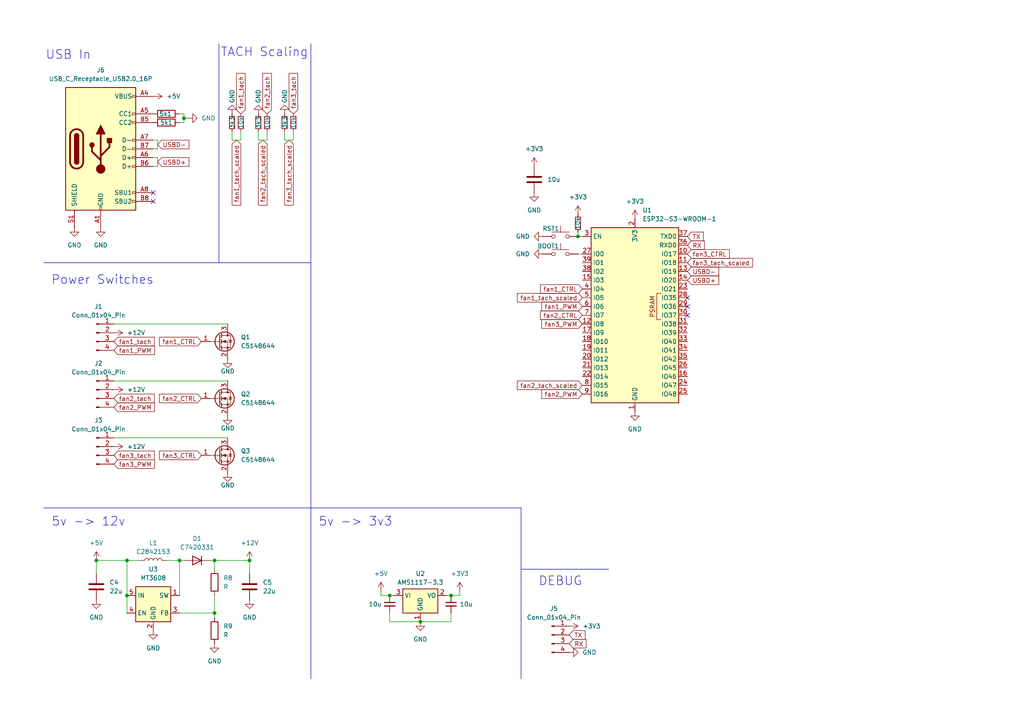
<source format=kicad_sch>
(kicad_sch (version 20231120) (generator "eeschema") (generator_version "8.0")
  (paper "A4")
  (lib_symbols
    (symbol "Connector:Conn_01x04_Pin" (pin_names (offset 1.016) hide)
      (property "Reference" "J" (at 0 5.08 0))
      (property "Value" "Conn_01x04_Pin" (at 0 -7.62 0))
      (symbol "Conn_01x04_Pin_1_1"
        (polyline (pts (xy 1.27 -5.08) (xy 0.8636 -5.08)) (stroke (width 0.1524)))
        (polyline (pts (xy 1.27 -2.54) (xy 0.8636 -2.54)) (stroke (width 0.1524)))
        (polyline (pts (xy 1.27 0) (xy 0.8636 0)) (stroke (width 0.1524)))
        (polyline (pts (xy 1.27 2.54) (xy 0.8636 2.54)) (stroke (width 0.1524)))
        (rectangle (start 0.8636 -4.953) (end 0 -5.207) (stroke (width 0.1524)) (fill (type outline)))
        (rectangle (start 0.8636 -2.413) (end 0 -2.667) (stroke (width 0.1524)) (fill (type outline)))
        (rectangle (start 0.8636 0.127) (end 0 -0.127) (stroke (width 0.1524)) (fill (type outline)))
        (rectangle (start 0.8636 2.667) (end 0 2.413) (stroke (width 0.1524)) (fill (type outline)))
        (pin passive line (at 5.08 2.54 180) (length 3.81) (name "Pin_1") (number "1"))
        (pin passive line (at 5.08 0 180) (length 3.81) (name "Pin_2") (number "2"))
        (pin passive line (at 5.08 -2.54 180) (length 3.81) (name "Pin_3") (number "3"))
        (pin passive line (at 5.08 -5.08 180) (length 3.81) (name "Pin_4") (number "4"))
      )
    )
    (symbol "Connector:USB_C_Receptacle_USB2.0_16P" (pin_names (offset 1.016))
      (property "Reference" "J" (at 0 22.225 0))
      (property "Value" "USB_C_Receptacle_USB2.0_16P" (at 0 19.685 0))
      (symbol "USB_C_Receptacle_USB2.0_16P_0_0"
        (rectangle (start -0.254 -17.78) (end 0.254 -16.764))
        (rectangle (start 10.16 -14.986) (end 9.144 -15.494))
        (rectangle (start 10.16 -12.446) (end 9.144 -12.954))
        (rectangle (start 10.16 -4.826) (end 9.144 -5.334))
        (rectangle (start 10.16 -2.286) (end 9.144 -2.794))
        (rectangle (start 10.16 0.254) (end 9.144 -0.254))
        (rectangle (start 10.16 2.794) (end 9.144 2.286))
        (rectangle (start 10.16 7.874) (end 9.144 7.366))
        (rectangle (start 10.16 10.414) (end 9.144 9.906))
        (rectangle (start 10.16 15.494) (end 9.144 14.986))
      )
      (symbol "USB_C_Receptacle_USB2.0_16P_0_1"
        (rectangle (start -10.16 17.78) (end 10.16 -17.78) (stroke (width 0.254)) (fill (type background)))
        (arc (start -8.89 -3.81) (mid -6.985 -5.7067) (end -5.08 -3.81) (stroke (width 0.508)))
        (arc (start -7.62 -3.81) (mid -6.985 -4.4423) (end -6.35 -3.81) (stroke (width 0.254)))
        (arc (start -7.62 -3.81) (mid -6.985 -4.4423) (end -6.35 -3.81) (stroke (width 0.254)) (fill (type outline)))
        (rectangle (start -7.62 -3.81) (end -6.35 3.81) (stroke (width 0.254)) (fill (type outline)))
        (arc (start -6.35 3.81) (mid -6.985 4.4423) (end -7.62 3.81) (stroke (width 0.254)))
        (arc (start -6.35 3.81) (mid -6.985 4.4423) (end -7.62 3.81) (stroke (width 0.254)) (fill (type outline)))
        (arc (start -5.08 3.81) (mid -6.985 5.7067) (end -8.89 3.81) (stroke (width 0.508)))
        (circle (center -2.54 1.143) (radius 0.635) (stroke (width 0.254)) (fill (type outline)))
        (circle (center 0 -5.842) (radius 1.27) (fill (type outline)))
        (polyline (pts (xy -8.89 -3.81) (xy -8.89 3.81)) (stroke (width 0.508)))
        (polyline (pts (xy -5.08 3.81) (xy -5.08 -3.81)) (stroke (width 0.508)))
        (polyline (pts (xy 0 -5.842) (xy 0 4.318)) (stroke (width 0.508)))
        (polyline (pts (xy 0 -3.302) (xy -2.54 -0.762) (xy -2.54 0.508)) (stroke (width 0.508)))
        (polyline (pts (xy 0 -2.032) (xy 2.54 0.508) (xy 2.54 1.778)) (stroke (width 0.508)))
        (polyline (pts (xy -1.27 4.318) (xy 0 6.858) (xy 1.27 4.318) (xy -1.27 4.318)) (stroke (width 0.254)) (fill (type outline)))
        (rectangle (start 1.905 1.778) (end 3.175 3.048) (stroke (width 0.254)) (fill (type outline)))
      )
      (symbol "USB_C_Receptacle_USB2.0_16P_1_1"
        (pin passive line (at 0 -22.86 90) (length 5.08) (name "GND") (number "A1"))
        (pin passive line (at 0 -22.86 90) (length 5.08) hide (name "GND") (number "A12"))
        (pin passive line (at 15.24 15.24 180) (length 5.08) (name "VBUS") (number "A4"))
        (pin bidirectional line (at 15.24 10.16 180) (length 5.08) (name "CC1") (number "A5"))
        (pin bidirectional line (at 15.24 -2.54 180) (length 5.08) (name "D+") (number "A6"))
        (pin bidirectional line (at 15.24 2.54 180) (length 5.08) (name "D-") (number "A7"))
        (pin bidirectional line (at 15.24 -12.7 180) (length 5.08) (name "SBU1") (number "A8"))
        (pin passive line (at 15.24 15.24 180) (length 5.08) hide (name "VBUS") (number "A9"))
        (pin passive line (at 0 -22.86 90) (length 5.08) hide (name "GND") (number "B1"))
        (pin passive line (at 0 -22.86 90) (length 5.08) hide (name "GND") (number "B12"))
        (pin passive line (at 15.24 15.24 180) (length 5.08) hide (name "VBUS") (number "B4"))
        (pin bidirectional line (at 15.24 7.62 180) (length 5.08) (name "CC2") (number "B5"))
        (pin bidirectional line (at 15.24 -5.08 180) (length 5.08) (name "D+") (number "B6"))
        (pin bidirectional line (at 15.24 0 180) (length 5.08) (name "D-") (number "B7"))
        (pin bidirectional line (at 15.24 -15.24 180) (length 5.08) (name "SBU2") (number "B8"))
        (pin passive line (at 15.24 15.24 180) (length 5.08) hide (name "VBUS") (number "B9"))
        (pin passive line (at -7.62 -22.86 90) (length 5.08) (name "SHIELD") (number "S1"))
      )
    )
    (symbol "Device:C" (pin_numbers hide) (pin_names (offset 0.254))
      (property "Reference" "C" (at 0.635 2.54 0))
      (property "Value" "C" (at 0.635 -2.54 0))
      (symbol "C_0_1"
        (polyline (pts (xy -2.032 -0.762) (xy 2.032 -0.762)) (stroke (width 0.508)))
        (polyline (pts (xy -2.032 0.762) (xy 2.032 0.762)) (stroke (width 0.508)))
      )
      (symbol "C_1_1"
        (pin passive line (at 0 3.81 270) (length 2.794) (name "~") (number "1"))
        (pin passive line (at 0 -3.81 90) (length 2.794) (name "~") (number "2"))
      )
    )
    (symbol "Device:C_Small" (pin_numbers hide) (pin_names (offset 0.254) hide)
      (property "Reference" "C" (at 0.254 1.778 0))
      (property "Value" "C_Small" (at 0.254 -2.032 0))
      (symbol "C_Small_0_1"
        (polyline (pts (xy -1.524 -0.508) (xy 1.524 -0.508)) (stroke (width 0.3302)))
        (polyline (pts (xy -1.524 0.508) (xy 1.524 0.508)) (stroke (width 0.3048)))
      )
      (symbol "C_Small_1_1"
        (pin passive line (at 0 2.54 270) (length 2.032) (name "~") (number "1"))
        (pin passive line (at 0 -2.54 90) (length 2.032) (name "~") (number "2"))
      )
    )
    (symbol "Device:D" (pin_numbers hide) (pin_names (offset 1.016) hide)
      (property "Reference" "D" (at 0 2.54 0))
      (property "Value" "D" (at 0 -2.54 0))
      (symbol "D_0_1"
        (polyline (pts (xy -1.27 1.27) (xy -1.27 -1.27)) (stroke (width 0.254)))
        (polyline (pts (xy 1.27 0) (xy -1.27 0)))
        (polyline (pts (xy 1.27 1.27) (xy 1.27 -1.27) (xy -1.27 0) (xy 1.27 1.27)) (stroke (width 0.254)))
      )
      (symbol "D_1_1"
        (pin passive line (at -3.81 0 0) (length 2.54) (name "K") (number "1"))
        (pin passive line (at 3.81 0 180) (length 2.54) (name "A") (number "2"))
      )
    )
    (symbol "Device:L" (pin_numbers hide) (pin_names (offset 1.016) hide)
      (property "Reference" "L" (at -1.27 0 90))
      (property "Value" "L" (at 1.905 0 90))
      (symbol "L_0_1"
        (arc (start 0 -2.54) (mid 0.6323 -1.905) (end 0 -1.27))
        (arc (start 0 -1.27) (mid 0.6323 -0.635) (end 0 0))
        (arc (start 0 0) (mid 0.6323 0.635) (end 0 1.27))
        (arc (start 0 1.27) (mid 0.6323 1.905) (end 0 2.54))
      )
      (symbol "L_1_1"
        (pin passive line (at 0 3.81 270) (length 1.27) (name "1") (number "1"))
        (pin passive line (at 0 -3.81 90) (length 1.27) (name "2") (number "2"))
      )
    )
    (symbol "Device:Q_NMOS_GSD" (pin_names (offset 0) hide)
      (property "Reference" "Q" (at 5.08 1.27 0))
      (property "Value" "Q_NMOS_GSD" (at 5.08 -1.27 0))
      (symbol "Q_NMOS_GSD_0_1"
        (polyline (pts (xy 0.254 0) (xy -2.54 0)))
        (polyline (pts (xy 0.254 1.905) (xy 0.254 -1.905)) (stroke (width 0.254)))
        (polyline (pts (xy 0.762 -1.27) (xy 0.762 -2.286)) (stroke (width 0.254)))
        (polyline (pts (xy 0.762 0.508) (xy 0.762 -0.508)) (stroke (width 0.254)))
        (polyline (pts (xy 0.762 2.286) (xy 0.762 1.27)) (stroke (width 0.254)))
        (polyline (pts (xy 2.54 2.54) (xy 2.54 1.778)))
        (polyline (pts (xy 2.54 -2.54) (xy 2.54 0) (xy 0.762 0)))
        (polyline (pts (xy 0.762 -1.778) (xy 3.302 -1.778) (xy 3.302 1.778) (xy 0.762 1.778)))
        (polyline (pts (xy 1.016 0) (xy 2.032 0.381) (xy 2.032 -0.381) (xy 1.016 0)) (fill (type outline)))
        (polyline (pts (xy 2.794 0.508) (xy 2.921 0.381) (xy 3.683 0.381) (xy 3.81 0.254)))
        (polyline (pts (xy 3.302 0.381) (xy 2.921 -0.254) (xy 3.683 -0.254) (xy 3.302 0.381)))
        (circle (center 1.651 0) (radius 2.794) (stroke (width 0.254)))
        (circle (center 2.54 -1.778) (radius 0.254) (fill (type outline)))
        (circle (center 2.54 1.778) (radius 0.254) (fill (type outline)))
      )
      (symbol "Q_NMOS_GSD_1_1"
        (pin input line (at -5.08 0 0) (length 2.54) (name "G") (number "1"))
        (pin passive line (at 2.54 -5.08 90) (length 2.54) (name "S") (number "2"))
        (pin passive line (at 2.54 5.08 270) (length 2.54) (name "D") (number "3"))
      )
    )
    (symbol "Device:R" (pin_numbers hide) (pin_names (offset 0))
      (property "Reference" "R" (at 2.032 0 90))
      (property "Value" "R" (at 0 0 90))
      (symbol "R_0_1"
        (rectangle (start -1.016 -2.54) (end 1.016 2.54) (stroke (width 0.254)))
      )
      (symbol "R_1_1"
        (pin passive line (at 0 3.81 270) (length 1.27) (name "~") (number "1"))
        (pin passive line (at 0 -3.81 90) (length 1.27) (name "~") (number "2"))
      )
    )
    (symbol "Device:R_Small" (pin_numbers hide) (pin_names (offset 0.254) hide)
      (property "Reference" "R" (at 0.762 0.508 0))
      (property "Value" "R_Small" (at 0.762 -1.016 0))
      (symbol "R_Small_0_1"
        (rectangle (start -0.762 1.778) (end 0.762 -1.778) (stroke (width 0.2032)))
      )
      (symbol "R_Small_1_1"
        (pin passive line (at 0 2.54 270) (length 0.762) (name "~") (number "1"))
        (pin passive line (at 0 -2.54 90) (length 0.762) (name "~") (number "2"))
      )
    )
    (symbol "RF_Module:ESP32-S3-WROOM-1"
      (property "Reference" "U" (at -12.7 26.67 0))
      (property "Value" "ESP32-S3-WROOM-1" (at 12.7 26.67 0))
      (symbol "ESP32-S3-WROOM-1_0_0"
        (rectangle (start -12.7 25.4) (end 12.7 -25.4) (stroke (width 0.254)) (fill (type background)))
        (text "PSRAM" (at 5.08 2.54 900) (effects (font (size 1.27 1.27))))
      )
      (symbol "ESP32-S3-WROOM-1_0_1"
        (polyline (pts (xy 7.62 -1.27) (xy 6.35 -1.27) (xy 6.35 6.35) (xy 7.62 6.35)))
      )
      (symbol "ESP32-S3-WROOM-1_1_1"
        (pin power_in line (at 0 -27.94 90) (length 2.54) (name "GND") (number "1"))
        (pin bidirectional line (at 15.24 17.78 180) (length 2.54) (name "IO17") (number "10"))
        (pin bidirectional line (at 15.24 15.24 180) (length 2.54) (name "IO18") (number "11"))
        (pin bidirectional line (at -15.24 -2.54 0) (length 2.54) (name "IO8") (number "12"))
        (pin bidirectional line (at 15.24 12.7 180) (length 2.54) (name "IO19") (number "13"))
        (pin bidirectional line (at 15.24 10.16 180) (length 2.54) (name "IO20") (number "14"))
        (pin bidirectional line (at -15.24 10.16 0) (length 2.54) (name "IO3") (number "15"))
        (pin bidirectional line (at 15.24 -17.78 180) (length 2.54) (name "IO46") (number "16"))
        (pin bidirectional line (at -15.24 -5.08 0) (length 2.54) (name "IO9") (number "17"))
        (pin bidirectional line (at -15.24 -7.62 0) (length 2.54) (name "IO10") (number "18"))
        (pin bidirectional line (at -15.24 -10.16 0) (length 2.54) (name "IO11") (number "19"))
        (pin power_in line (at 0 27.94 270) (length 2.54) (name "3V3") (number "2"))
        (pin bidirectional line (at -15.24 -12.7 0) (length 2.54) (name "IO12") (number "20"))
        (pin bidirectional line (at -15.24 -15.24 0) (length 2.54) (name "IO13") (number "21"))
        (pin bidirectional line (at -15.24 -17.78 0) (length 2.54) (name "IO14") (number "22"))
        (pin bidirectional line (at 15.24 7.62 180) (length 2.54) (name "IO21") (number "23"))
        (pin bidirectional line (at 15.24 -20.32 180) (length 2.54) (name "IO47") (number "24"))
        (pin bidirectional line (at 15.24 -22.86 180) (length 2.54) (name "IO48") (number "25"))
        (pin bidirectional line (at 15.24 -15.24 180) (length 2.54) (name "IO45") (number "26"))
        (pin bidirectional line (at -15.24 17.78 0) (length 2.54) (name "IO0") (number "27"))
        (pin bidirectional line (at 15.24 5.08 180) (length 2.54) (name "IO35") (number "28"))
        (pin bidirectional line (at 15.24 2.54 180) (length 2.54) (name "IO36") (number "29"))
        (pin input line (at -15.24 22.86 0) (length 2.54) (name "EN") (number "3"))
        (pin bidirectional line (at 15.24 0 180) (length 2.54) (name "IO37") (number "30"))
        (pin bidirectional line (at 15.24 -2.54 180) (length 2.54) (name "IO38") (number "31"))
        (pin bidirectional line (at 15.24 -5.08 180) (length 2.54) (name "IO39") (number "32"))
        (pin bidirectional line (at 15.24 -7.62 180) (length 2.54) (name "IO40") (number "33"))
        (pin bidirectional line (at 15.24 -10.16 180) (length 2.54) (name "IO41") (number "34"))
        (pin bidirectional line (at 15.24 -12.7 180) (length 2.54) (name "IO42") (number "35"))
        (pin bidirectional line (at 15.24 20.32 180) (length 2.54) (name "RXD0") (number "36"))
        (pin bidirectional line (at 15.24 22.86 180) (length 2.54) (name "TXD0") (number "37"))
        (pin bidirectional line (at -15.24 12.7 0) (length 2.54) (name "IO2") (number "38"))
        (pin bidirectional line (at -15.24 15.24 0) (length 2.54) (name "IO1") (number "39"))
        (pin bidirectional line (at -15.24 7.62 0) (length 2.54) (name "IO4") (number "4"))
        (pin passive line (at 0 -27.94 90) (length 2.54) hide (name "GND") (number "40"))
        (pin passive line (at 0 -27.94 90) (length 2.54) hide (name "GND") (number "41"))
        (pin bidirectional line (at -15.24 5.08 0) (length 2.54) (name "IO5") (number "5"))
        (pin bidirectional line (at -15.24 2.54 0) (length 2.54) (name "IO6") (number "6"))
        (pin bidirectional line (at -15.24 0 0) (length 2.54) (name "IO7") (number "7"))
        (pin bidirectional line (at -15.24 -20.32 0) (length 2.54) (name "IO15") (number "8"))
        (pin bidirectional line (at -15.24 -22.86 0) (length 2.54) (name "IO16") (number "9"))
      )
    )
    (symbol "Regulator_Linear:AMS1117-3.3"
      (property "Reference" "U" (at -3.81 3.175 0))
      (property "Value" "AMS1117-3.3" (at 0 3.175 0))
      (symbol "AMS1117-3.3_0_1"
        (rectangle (start -5.08 -5.08) (end 5.08 1.905) (stroke (width 0.254)) (fill (type background)))
      )
      (symbol "AMS1117-3.3_1_1"
        (pin power_in line (at 0 -7.62 90) (length 2.54) (name "GND") (number "1"))
        (pin power_out line (at 7.62 0 180) (length 2.54) (name "VO") (number "2"))
        (pin power_in line (at -7.62 0 0) (length 2.54) (name "VI") (number "3"))
      )
    )
    (symbol "Regulator_Switching:MT3608"
      (property "Reference" "U" (at -2.54 8.89 0))
      (property "Value" "MT3608" (at -3.81 6.35 0))
      (symbol "MT3608_0_1"
        (rectangle (start -5.08 5.08) (end 5.08 -5.08) (stroke (width 0.254)) (fill (type background)))
      )
      (symbol "MT3608_1_1"
        (pin passive line (at 7.62 2.54 180) (length 2.54) (name "SW") (number "1"))
        (pin power_in line (at 0 -7.62 90) (length 2.54) (name "GND") (number "2"))
        (pin input line (at 7.62 -2.54 180) (length 2.54) (name "FB") (number "3"))
        (pin input line (at -7.62 -2.54 0) (length 2.54) (name "EN") (number "4"))
        (pin power_in line (at -7.62 2.54 0) (length 2.54) (name "IN") (number "5"))
        (pin no_connect line (at 5.08 0 180) (length 2.54) hide (name "NC") (number "6"))
      )
    )
    (symbol "Switch:SW_Push" (pin_numbers hide) (pin_names (offset 1.016) hide)
      (property "Reference" "SW" (at 1.27 2.54 0))
      (property "Value" "SW_Push" (at 0 -1.524 0))
      (symbol "SW_Push_0_1"
        (circle (center -2.032 0) (radius 0.508))
        (polyline (pts (xy 0 1.27) (xy 0 3.048)))
        (polyline (pts (xy 2.54 1.27) (xy -2.54 1.27)))
        (circle (center 2.032 0) (radius 0.508))
        (pin passive line (at -5.08 0 0) (length 2.54) (name "1") (number "1"))
        (pin passive line (at 5.08 0 180) (length 2.54) (name "2") (number "2"))
      )
    )
    (symbol "power:+12V" (power) (pin_numbers hide) (pin_names (offset 0) hide)
      (property "Value" "+12V" (at 0 3.556 0))
      (symbol "+12V_0_1"
        (polyline (pts (xy -0.762 1.27) (xy 0 2.54)))
        (polyline (pts (xy 0 0) (xy 0 2.54)))
        (polyline (pts (xy 0 2.54) (xy 0.762 1.27)))
      )
      (symbol "+12V_1_1"
        (pin power_in line (at 0 0 90) (length 0) (name "~") (number "1"))
      )
    )
    (symbol "power:+3V3" (power) (pin_numbers hide) (pin_names (offset 0) hide)
      (property "Value" "+3V3" (at 0 3.556 0))
      (symbol "+3V3_0_1"
        (polyline (pts (xy -0.762 1.27) (xy 0 2.54)))
        (polyline (pts (xy 0 0) (xy 0 2.54)))
        (polyline (pts (xy 0 2.54) (xy 0.762 1.27)))
      )
      (symbol "+3V3_1_1"
        (pin power_in line (at 0 0 90) (length 0) (name "~") (number "1"))
      )
    )
    (symbol "power:+5V" (power) (pin_numbers hide) (pin_names (offset 0) hide)
      (property "Value" "+5V" (at 0 3.556 0))
      (symbol "+5V_0_1"
        (polyline (pts (xy -0.762 1.27) (xy 0 2.54)))
        (polyline (pts (xy 0 0) (xy 0 2.54)))
        (polyline (pts (xy 0 2.54) (xy 0.762 1.27)))
      )
      (symbol "+5V_1_1"
        (pin power_in line (at 0 0 90) (length 0) (name "~") (number "1"))
      )
    )
    (symbol "power:GND" (power) (pin_numbers hide) (pin_names (offset 0) hide)
      (property "Value" "GND" (at 0 -3.81 0))
      (symbol "GND_0_1"
        (polyline (pts (xy 0 0) (xy 0 -1.27) (xy 1.27 -1.27) (xy 0 -2.54) (xy -1.27 -1.27) (xy 0 -1.27)))
      )
      (symbol "GND_1_1"
        (pin power_in line (at 0 0 270) (length 0) (name "~") (number "1"))
      )
    )
  )
  (junction (at 167.64 68.58))
  (junction (at 36.83 172.72))
  (junction (at 121.92 180.34))
  (junction (at 72.39 162.56))
  (junction (at 62.23 162.56))
  (junction (at 52.07 162.56))
  (junction (at 27.94 162.56))
  (junction (at 113.03 172.72))
  (junction (at 62.23 177.8))
  (junction (at 36.83 162.56))
  (junction (at 130.81 172.72))
  (junction (at 53.34 34.29))
  (no_connect (at 199.39 86.36))
  (no_connect (at 44.45 58.42))
  (no_connect (at 199.39 91.44))
  (no_connect (at 44.45 55.88))
  (no_connect (at 199.39 88.9))
  (wire (pts (xy 36.83 162.56) (xy 36.83 172.72)))
  (wire (pts (xy 167.64 68.58) (xy 167.64 67.31)))
  (wire (pts (xy 52.07 35.56) (xy 53.34 35.56)))
  (wire (pts (xy 44.45 45.72) (xy 45.72 45.72)))
  (wire (pts (xy 67.31 40.64) (xy 67.31 38.1)))
  (wire (pts (xy 69.85 40.64) (xy 67.31 40.64)))
  (wire (pts (xy 48.26 162.56) (xy 52.07 162.56)))
  (wire (pts (xy 53.34 35.56) (xy 53.34 34.29)))
  (wire (pts (xy 114.3 172.72) (xy 113.03 172.72)))
  (wire (pts (xy 110.49 172.72) (xy 110.49 171.45)))
  (wire (pts (xy 72.39 166.37) (xy 72.39 162.56)))
  (wire (pts (xy 62.23 162.56) (xy 72.39 162.56)))
  (polyline (pts (xy 12.7 76.2) (xy 63.5 76.2)))
  (wire (pts (xy 82.55 38.1) (xy 82.55 40.64)))
  (polyline (pts (xy 151.13 147.32) (xy 151.13 196.85)))
  (wire (pts (xy 130.81 180.34) (xy 121.92 180.34)))
  (polyline (pts (xy 90.17 12.7) (xy 90.17 76.2)))
  (wire (pts (xy 27.94 166.37) (xy 27.94 162.56)))
  (wire (pts (xy 45.72 40.64) (xy 45.72 43.18)))
  (wire (pts (xy 52.07 33.02) (xy 53.34 33.02)))
  (wire (pts (xy 133.35 172.72) (xy 133.35 171.45)))
  (polyline (pts (xy 90.17 76.2) (xy 90.17 147.32)))
  (wire (pts (xy 77.47 38.1) (xy 77.47 40.64)))
  (wire (pts (xy 36.83 172.72) (xy 36.83 177.8)))
  (wire (pts (xy 40.64 162.56) (xy 36.83 162.56)))
  (wire (pts (xy 62.23 177.8) (xy 62.23 179.07)))
  (wire (pts (xy 45.72 45.72) (xy 45.72 48.26)))
  (polyline (pts (xy 151.13 165.1) (xy 176.53 165.1)))
  (wire (pts (xy 33.02 127) (xy 66.04 127)))
  (wire (pts (xy 33.02 110.49) (xy 66.04 110.49)))
  (wire (pts (xy 74.93 40.64) (xy 77.47 40.64)))
  (wire (pts (xy 129.54 172.72) (xy 130.81 172.72)))
  (wire (pts (xy 53.34 34.29) (xy 54.61 34.29)))
  (polyline (pts (xy 90.17 147.32) (xy 90.17 196.85)))
  (wire (pts (xy 168.91 68.58) (xy 167.64 68.58)))
  (wire (pts (xy 167.64 73.66) (xy 168.91 73.66)))
  (polyline (pts (xy 63.5 76.2) (xy 90.17 76.2)))
  (wire (pts (xy 33.02 93.98) (xy 66.04 93.98)))
  (wire (pts (xy 60.96 162.56) (xy 62.23 162.56)))
  (wire (pts (xy 44.45 40.64) (xy 45.72 40.64)))
  (wire (pts (xy 27.94 162.56) (xy 36.83 162.56)))
  (polyline (pts (xy 63.5 12.7) (xy 63.5 76.2)))
  (wire (pts (xy 82.55 40.64) (xy 85.09 40.64)))
  (wire (pts (xy 52.07 177.8) (xy 62.23 177.8)))
  (wire (pts (xy 44.45 48.26) (xy 45.72 48.26)))
  (wire (pts (xy 113.03 180.34) (xy 113.03 177.8)))
  (wire (pts (xy 53.34 33.02) (xy 53.34 34.29)))
  (wire (pts (xy 52.07 162.56) (xy 53.34 162.56)))
  (polyline (pts (xy 90.17 147.32) (xy 151.13 147.32)))
  (wire (pts (xy 74.93 38.1) (xy 74.93 40.64)))
  (wire (pts (xy 44.45 43.18) (xy 45.72 43.18)))
  (wire (pts (xy 85.09 38.1) (xy 85.09 40.64)))
  (wire (pts (xy 130.81 172.72) (xy 133.35 172.72)))
  (wire (pts (xy 62.23 162.56) (xy 62.23 165.1)))
  (wire (pts (xy 121.92 180.34) (xy 113.03 180.34)))
  (wire (pts (xy 52.07 172.72) (xy 52.07 162.56)))
  (polyline (pts (xy 12.7 147.32) (xy 90.17 147.32)))
  (wire (pts (xy 113.03 172.72) (xy 110.49 172.72)))
  (wire (pts (xy 62.23 172.72) (xy 62.23 177.8)))
  (wire (pts (xy 130.81 177.8) (xy 130.81 180.34)))
  (wire (pts (xy 69.85 38.1) (xy 69.85 40.64)))
  (text "TACH Scaling" (at 76.708 15.24 0) (effects (font (size 2.54 2.54))))
  (text "USB In" (at 19.812 16.002 0) (effects (font (size 2.54 2.54))))
  (text "5v -> 3v3" (at 103.124 151.384 0) (effects (font (size 2.54 2.54))))
  (text "Power Switches" (at 29.718 81.28 0) (effects (font (size 2.54 2.54))))
  (text "5v -> 12v" (at 25.654 151.384 0) (effects (font (size 2.54 2.54))))
  (text "DEBUG" (at 162.56 168.656 0) (effects (font (size 2.54 2.54))))
  (global_label "fan3_tach" (shape input) (at 85.09 33.02 90) (property "Intersheetrefs" "${INTERSHEET_REFS}" (effects (hide yes))))
  (global_label "fan1_CTRL" (shape input) (at 58.42 99.06 180) (property "Intersheetrefs" "${INTERSHEET_REFS}" (effects (hide yes))))
  (global_label "USBD+" (shape input) (at 199.39 81.28 0) (property "Intersheetrefs" "${INTERSHEET_REFS}" (effects (hide yes))))
  (global_label "fan1_tach" (shape input) (at 69.85 33.02 90) (property "Intersheetrefs" "${INTERSHEET_REFS}" (effects (hide yes))))
  (global_label "USBD-" (shape input) (at 45.72 41.91 0) (property "Intersheetrefs" "${INTERSHEET_REFS}" (effects (hide yes))))
  (global_label "fan1_PWM" (shape input) (at 168.91 88.9 180) (property "Intersheetrefs" "${INTERSHEET_REFS}" (effects (hide yes))))
  (global_label "fan2_tach_scaled" (shape input) (at 168.91 111.76 180) (property "Intersheetrefs" "${INTERSHEET_REFS}" (effects (hide yes))))
  (global_label "fan2_PWM" (shape input) (at 168.91 114.3 180) (property "Intersheetrefs" "${INTERSHEET_REFS}" (effects (hide yes))))
  (global_label "fan2_CTRL" (shape input) (at 168.91 91.44 180) (property "Intersheetrefs" "${INTERSHEET_REFS}" (effects (hide yes))))
  (global_label "RX" (shape input) (at 165.1 186.69 0) (property "Intersheetrefs" "${INTERSHEET_REFS}" (effects (hide yes))))
  (global_label "fan2_tach" (shape input) (at 77.47 33.02 90) (property "Intersheetrefs" "${INTERSHEET_REFS}" (effects (hide yes))))
  (global_label "fan2_tach_scaled" (shape input) (at 76.2 40.64 270) (property "Intersheetrefs" "${INTERSHEET_REFS}" (effects (hide yes))))
  (global_label "fan2_tach" (shape input) (at 33.02 115.57 0) (property "Intersheetrefs" "${INTERSHEET_REFS}" (effects (hide yes))))
  (global_label "fan1_CTRL" (shape input) (at 168.91 83.82 180) (property "Intersheetrefs" "${INTERSHEET_REFS}" (effects (hide yes))))
  (global_label "TX" (shape input) (at 165.1 184.15 0) (property "Intersheetrefs" "${INTERSHEET_REFS}" (effects (hide yes))))
  (global_label "fan2_PWM" (shape input) (at 33.02 118.11 0) (property "Intersheetrefs" "${INTERSHEET_REFS}" (effects (hide yes))))
  (global_label "fan3_tach_scaled" (shape input) (at 83.82 40.64 270) (property "Intersheetrefs" "${INTERSHEET_REFS}" (effects (hide yes))))
  (global_label "USBD+" (shape input) (at 45.72 46.99 0) (property "Intersheetrefs" "${INTERSHEET_REFS}" (effects (hide yes))))
  (global_label "fan3_tach" (shape input) (at 33.02 132.08 0) (property "Intersheetrefs" "${INTERSHEET_REFS}" (effects (hide yes))))
  (global_label "RX" (shape input) (at 199.39 71.12 0) (property "Intersheetrefs" "${INTERSHEET_REFS}" (effects (hide yes))))
  (global_label "fan3_CTRL" (shape input) (at 58.42 132.08 180) (property "Intersheetrefs" "${INTERSHEET_REFS}" (effects (hide yes))))
  (global_label "fan1_tach" (shape input) (at 33.02 99.06 0) (property "Intersheetrefs" "${INTERSHEET_REFS}" (effects (hide yes))))
  (global_label "fan1_tach_scaled" (shape input) (at 68.58 40.64 270) (property "Intersheetrefs" "${INTERSHEET_REFS}" (effects (hide yes))))
  (global_label "fan3_PWM" (shape input) (at 33.02 134.62 0) (property "Intersheetrefs" "${INTERSHEET_REFS}" (effects (hide yes))))
  (global_label "fan3_tach_scaled" (shape input) (at 199.39 76.2 0) (property "Intersheetrefs" "${INTERSHEET_REFS}" (effects (hide yes))))
  (global_label "fan1_tach_scaled" (shape input) (at 168.91 86.36 180) (property "Intersheetrefs" "${INTERSHEET_REFS}" (effects (hide yes))))
  (global_label "USBD-" (shape input) (at 199.39 78.74 0) (property "Intersheetrefs" "${INTERSHEET_REFS}" (effects (hide yes))))
  (global_label "TX" (shape input) (at 199.39 68.58 0) (property "Intersheetrefs" "${INTERSHEET_REFS}" (effects (hide yes))))
  (global_label "fan3_PWM" (shape input) (at 168.91 93.98 180) (property "Intersheetrefs" "${INTERSHEET_REFS}" (effects (hide yes))))
  (global_label "fan2_CTRL" (shape input) (at 58.42 115.57 180) (property "Intersheetrefs" "${INTERSHEET_REFS}" (effects (hide yes))))
  (global_label "fan1_PWM" (shape input) (at 33.02 101.6 0) (property "Intersheetrefs" "${INTERSHEET_REFS}" (effects (hide yes))))
  (global_label "fan3_CTRL" (shape input) (at 199.39 73.66 0) (property "Intersheetrefs" "${INTERSHEET_REFS}" (effects (hide yes))))
  (symbol (lib_id "Connector:Conn_01x04_Pin") (at 27.94 96.52 0) (unit 1)
    (property "Reference" "J1" (at 28.575 88.9 0))
    (property "Value" "Conn_01x04_Pin" (at 28.575 91.44 0))
    (property "Footprint" "Connector:FanPinHeader_1x04_P2.54mm_Vertical" (effects (hide yes)))
    (property "Description" "Generic connector, single row, 01x04, script generated" (effects (hide yes)))
  )
  (symbol (lib_id "power:GND") (at 54.61 34.29 90) (unit 1)
    (property "Reference" "#PWR030" (effects (hide yes)))
    (property "Value" "GND" (at 58.42 34.2899 90) (effects (justify right)))
    (property "Description" "Power symbol creates a global label with name \"GND\" , ground" (effects (hide yes)))
  )
  (symbol (lib_id "power:+3V3") (at 133.35 171.45 0) (unit 1)
    (property "Reference" "#PWR012" (effects (hide yes)))
    (property "Value" "+3V3" (at 133.35 166.37 0))
    (property "Description" "Power symbol creates a global label with name \"+3V3\"" (effects (hide yes)))
  )
  (symbol (lib_id "Regulator_Switching:MT3608") (at 44.45 175.26 0) (unit 1)
    (property "Reference" "U3" (at 44.45 165.1 0))
    (property "Value" "MT3608" (at 44.45 167.64 0))
    (property "Footprint" "Package_TO_SOT_SMD:SOT-23-6" (effects (hide yes)))
    (property "Datasheet" "https://www.olimex.com/Products/Breadboarding/BB-PWR-3608/resources/MT3608.pdf" (effects (hide yes)))
    (property "Description" "High Efficiency 1.2MHz 2A Step Up Converter, 2-24V Vin, 28V Vout, 4A current limit, 1.2MHz, SOT23-6" (effects (hide yes)))
  )
  (symbol (lib_id "power:+5V") (at 27.94 162.56 0) (unit 1)
    (property "Reference" "#PWR029" (effects (hide yes)))
    (property "Value" "+5V" (at 27.94 157.48 0))
    (property "Description" "Power symbol creates a global label with name \"+5V\"" (effects (hide yes)))
  )
  (symbol (lib_id "power:GND") (at 27.94 173.99 0) (unit 1)
    (property "Reference" "#PWR025" (effects (hide yes)))
    (property "Value" "GND" (at 27.94 179.07 0))
    (property "Description" "Power symbol creates a global label with name \"GND\" , ground" (effects (hide yes)))
  )
  (symbol (lib_id "Device:Q_NMOS_GSD") (at 63.5 115.57 0) (unit 1)
    (property "Reference" "Q2" (at 69.85 114.2999 0) (effects (justify left)))
    (property "Value" "C5148644" (at 69.85 116.8399 0) (effects (justify left)))
    (property "Footprint" "Package_TO_SOT_SMD:SOT-523" (effects (hide yes)))
    (property "Description" "N-MOSFET transistor, gate/source/drain" (effects (hide yes)))
  )
  (symbol (lib_id "Device:Q_NMOS_GSD") (at 63.5 99.06 0) (unit 1)
    (property "Reference" "Q1" (at 69.85 97.7899 0) (effects (justify left)))
    (property "Value" "C5148644" (at 69.85 100.3299 0) (effects (justify left)))
    (property "Footprint" "Package_TO_SOT_SMD:SOT-523" (effects (hide yes)))
    (property "Description" "N-MOSFET transistor, gate/source/drain" (effects (hide yes)))
  )
  (symbol (lib_id "Connector:Conn_01x04_Pin") (at 160.02 184.15 0) (unit 1)
    (property "Reference" "J5" (at 160.655 176.53 0))
    (property "Value" "Conn_01x04_Pin" (at 160.655 179.07 0))
    (property "Footprint" "Connector_PinHeader_2.54mm:PinHeader_1x04_P2.54mm_Vertical" (effects (hide yes)))
    (property "Description" "Generic connector, single row, 01x04, script generated" (effects (hide yes)))
  )
  (symbol (lib_id "power:GND") (at 157.48 73.66 270) (unit 1)
    (property "Reference" "#PWR05" (effects (hide yes)))
    (property "Value" "GND" (at 153.67 73.6599 90) (effects (justify right)))
    (property "Description" "Power symbol creates a global label with name \"GND\" , ground" (effects (hide yes)))
  )
  (symbol (lib_id "Device:Q_NMOS_GSD") (at 63.5 132.08 0) (unit 1)
    (property "Reference" "Q3" (at 69.85 130.8099 0) (effects (justify left)))
    (property "Value" "C5148644" (at 69.85 133.3499 0) (effects (justify left)))
    (property "Footprint" "Package_TO_SOT_SMD:SOT-523" (effects (hide yes)))
    (property "Description" "N-MOSFET transistor, gate/source/drain" (effects (hide yes)))
  )
  (symbol (lib_id "Device:R") (at 62.23 168.91 0) (unit 1)
    (property "Reference" "R8" (at 64.77 167.6399 0) (effects (justify left)))
    (property "Value" "R" (at 64.77 170.1799 0) (effects (justify left)))
    (property "Footprint" "Resistor_SMD:R_0402_1005Metric" (effects (hide yes)))
    (property "Description" "Resistor" (effects (hide yes)))
  )
  (symbol (lib_id "Device:R") (at 48.26 33.02 90) (unit 1)
    (property "Reference" "R10" (effects (hide yes)))
    (property "Value" "5k1" (at 48.006 33.02 90))
    (property "Footprint" "Resistor_SMD:R_0402_1005Metric" (effects (hide yes)))
    (property "Description" "Resistor" (effects (hide yes)))
  )
  (symbol (lib_id "power:+12V") (at 33.02 129.54 270) (unit 1)
    (property "Reference" "#PWR016" (effects (hide yes)))
    (property "Value" "+12V" (at 36.83 129.5399 90) (effects (justify left)))
    (property "Description" "Power symbol creates a global label with name \"+12V\"" (effects (hide yes)))
  )
  (symbol (lib_id "power:+5V") (at 44.45 27.94 270) (unit 1)
    (property "Reference" "#PWR031" (effects (hide yes)))
    (property "Value" "+5V" (at 48.26 27.9399 90) (effects (justify left)))
    (property "Description" "Power symbol creates a global label with name \"+5V\"" (effects (hide yes)))
  )
  (symbol (lib_id "power:+5V") (at 110.49 171.45 0) (unit 1)
    (property "Reference" "#PWR011" (effects (hide yes)))
    (property "Value" "+5V" (at 110.49 166.37 0))
    (property "Description" "Power symbol creates a global label with name \"+5V\"" (effects (hide yes)))
  )
  (symbol (lib_id "Device:C_Small") (at 130.81 175.26 0) (unit 1)
    (property "Reference" "C2" (effects (hide yes)))
    (property "Value" "10u" (at 133.35 175.26 0) (effects (justify left)))
    (property "Footprint" "Capacitor_SMD:C_0603_1608Metric" (effects (hide yes)))
    (property "Description" "Unpolarized capacitor, small symbol" (effects (hide yes)))
  )
  (symbol (lib_id "Connector:USB_C_Receptacle_USB2.0_16P") (at 29.21 43.18 0) (unit 1)
    (property "Reference" "J6" (at 29.21 20.32 0))
    (property "Value" "USB_C_Receptacle_USB2.0_16P" (at 29.21 22.86 0))
    (property "Footprint" "Connector_USB:USB_C_Receptacle_HRO_TYPE-C-31-M-12" (effects (hide yes)))
    (property "Datasheet" "https://www.usb.org/sites/default/files/documents/usb_type-c.zip" (effects (hide yes)))
    (property "Description" "USB 2.0-only 16P Type-C Receptacle connector" (effects (hide yes)))
  )
  (symbol (lib_id "power:GND") (at 44.45 182.88 0) (unit 1)
    (property "Reference" "#PWR024" (effects (hide yes)))
    (property "Value" "GND" (at 44.45 187.96 0))
    (property "Description" "Power symbol creates a global label with name \"GND\" , ground" (effects (hide yes)))
  )
  (symbol (lib_id "Switch:SW_Push") (at 162.56 68.58 0) (unit 1)
    (property "Reference" "RST1" (at 159.766 66.294 0))
    (property "Value" "SW_Push" (effects (hide yes)))
    (property "Footprint" "Button_Switch_SMD:SW_SPST_SKQG_WithStem" (effects (hide yes)))
    (property "Description" "Push button switch, generic, two pins" (effects (hide yes)))
  )
  (symbol (lib_id "Device:L") (at 44.45 162.56 90) (unit 1)
    (property "Reference" "L1" (at 44.45 157.48 90))
    (property "Value" "C2842153" (at 44.45 160.02 90))
    (property "Footprint" "Inductor_SMD:L_Chilisin_BMRB00050518-B" (effects (hide yes)))
    (property "Description" "Inductor" (effects (hide yes)))
  )
  (symbol (lib_id "power:+3V3") (at 165.1 181.61 270) (unit 1)
    (property "Reference" "#PWR021" (effects (hide yes)))
    (property "Value" "+3V3" (at 168.91 181.6099 90) (effects (justify left)))
    (property "Description" "Power symbol creates a global label with name \"+3V3\"" (effects (hide yes)))
  )
  (symbol (lib_id "Switch:SW_Push") (at 162.56 73.66 0) (unit 1)
    (property "Reference" "BOOT1" (at 159.004 71.374 0))
    (property "Value" "SW_Push" (effects (hide yes)))
    (property "Footprint" "Button_Switch_SMD:SW_SPST_SKQG_WithStem" (effects (hide yes)))
    (property "Description" "Push button switch, generic, two pins" (effects (hide yes)))
  )
  (symbol (lib_id "power:GND") (at 165.1 189.23 90) (unit 1)
    (property "Reference" "#PWR020" (effects (hide yes)))
    (property "Value" "GND" (at 168.91 189.2299 90) (effects (justify right)))
    (property "Description" "Power symbol creates a global label with name \"GND\" , ground" (effects (hide yes)))
  )
  (symbol (lib_id "power:GND") (at 21.59 66.04 0) (unit 1)
    (property "Reference" "#PWR033" (effects (hide yes)))
    (property "Value" "GND" (at 21.59 71.12 0))
    (property "Description" "Power symbol creates a global label with name \"GND\" , ground" (effects (hide yes)))
  )
  (symbol (lib_id "power:+3V3") (at 184.15 63.5 0) (unit 1)
    (property "Reference" "#PWR04" (effects (hide yes)))
    (property "Value" "+3V3" (at 184.15 58.42 0))
    (property "Description" "Power symbol creates a global label with name \"+3V3\"" (effects (hide yes)))
  )
  (symbol (lib_id "Device:R_Small") (at 167.64 64.77 180) (unit 1)
    (property "Reference" "R1" (effects (hide yes)))
    (property "Value" "10k" (at 167.64 64.77 90))
    (property "Footprint" "Resistor_SMD:R_0603_1608Metric" (effects (hide yes)))
    (property "Description" "Resistor, small symbol" (effects (hide yes)))
  )
  (symbol (lib_id "Device:R_Small") (at 77.47 35.56 180) (unit 1)
    (property "Reference" "R2" (effects (hide yes)))
    (property "Value" "10k" (at 77.47 35.56 90))
    (property "Footprint" "Resistor_SMD:R_0402_1005Metric" (effects (hide yes)))
    (property "Description" "Resistor, small symbol" (effects (hide yes)))
  )
  (symbol (lib_id "Device:D") (at 57.15 162.56 180) (unit 1)
    (property "Reference" "D1" (at 57.15 156.21 0))
    (property "Value" "C7420331" (at 57.15 158.75 0))
    (property "Footprint" "Diode_SMD:D_SOD-323" (effects (hide yes)))
    (property "Description" "Diode" (effects (hide yes)))
    (property "Sim.Device" "D" (effects (hide yes)))
    (property "Sim.Pins" "1=K 2=A" (effects (hide yes)))
  )
  (symbol (lib_id "Device:R_Small") (at 67.31 35.56 0) (unit 1)
    (property "Reference" "R5" (effects (hide yes)))
    (property "Value" "3k3" (at 67.31 35.56 90))
    (property "Footprint" "Resistor_SMD:R_0402_1005Metric" (effects (hide yes)))
    (property "Description" "Resistor, small symbol" (effects (hide yes)))
  )
  (symbol (lib_id "Device:C") (at 27.94 170.18 0) (unit 1)
    (property "Reference" "C4" (at 31.75 168.9099 0) (effects (justify left)))
    (property "Value" "22u" (at 31.75 171.4499 0) (effects (justify left)))
    (property "Footprint" "Capacitor_SMD:C_0805_2012Metric" (effects (hide yes)))
    (property "Description" "Unpolarized capacitor" (effects (hide yes)))
  )
  (symbol (lib_id "power:+3V3") (at 167.64 62.23 0) (unit 1)
    (property "Reference" "#PWR07" (effects (hide yes)))
    (property "Value" "+3V3" (at 167.64 57.15 0))
    (property "Description" "Power symbol creates a global label with name \"+3V3\"" (effects (hide yes)))
  )
  (symbol (lib_id "power:GND") (at 66.04 104.14 0) (unit 1)
    (property "Reference" "#PWR01" (effects (hide yes)))
    (property "Value" "GND" (at 66.04 107.696 0))
    (property "Description" "Power symbol creates a global label with name \"GND\" , ground" (effects (hide yes)))
  )
  (symbol (lib_id "power:+12V") (at 33.02 113.03 270) (unit 1)
    (property "Reference" "#PWR015" (effects (hide yes)))
    (property "Value" "+12V" (at 36.83 113.0299 90) (effects (justify left)))
    (property "Description" "Power symbol creates a global label with name \"+12V\"" (effects (hide yes)))
  )
  (symbol (lib_id "power:GND") (at 66.04 137.16 0) (unit 1)
    (property "Reference" "#PWR03" (effects (hide yes)))
    (property "Value" "GND" (at 66.04 140.716 0))
    (property "Description" "Power symbol creates a global label with name \"GND\" , ground" (effects (hide yes)))
  )
  (symbol (lib_id "power:GND") (at 74.93 33.02 180) (unit 1)
    (property "Reference" "#PWR018" (effects (hide yes)))
    (property "Value" "GND" (at 74.93 27.94 90))
    (property "Description" "Power symbol creates a global label with name \"GND\" , ground" (effects (hide yes)))
  )
  (symbol (lib_id "power:GND") (at 72.39 173.99 0) (unit 1)
    (property "Reference" "#PWR026" (effects (hide yes)))
    (property "Value" "GND" (at 72.39 179.07 0))
    (property "Description" "Power symbol creates a global label with name \"GND\" , ground" (effects (hide yes)))
  )
  (symbol (lib_id "Regulator_Linear:AMS1117-3.3") (at 121.92 172.72 0) (unit 1)
    (property "Reference" "U2" (at 121.92 166.37 0))
    (property "Value" "AMS1117-3.3" (at 121.92 168.91 0))
    (property "Footprint" "Package_TO_SOT_SMD:SOT-223-3_TabPin2" (effects (hide yes)))
    (property "Datasheet" "http://www.advanced-monolithic.com/pdf/ds1117.pdf" (effects (hide yes)))
    (property "Description" "1A Low Dropout regulator, positive, 3.3V fixed output, SOT-223" (effects (hide yes)))
  )
  (symbol (lib_id "power:+12V") (at 33.02 96.52 270) (unit 1)
    (property "Reference" "#PWR014" (effects (hide yes)))
    (property "Value" "+12V" (at 36.83 96.5199 90) (effects (justify left)))
    (property "Description" "Power symbol creates a global label with name \"+12V\"" (effects (hide yes)))
  )
  (symbol (lib_id "power:GND") (at 184.15 119.38 0) (unit 1)
    (property "Reference" "#PWR06" (effects (hide yes)))
    (property "Value" "GND" (at 184.15 124.46 0))
    (property "Description" "Power symbol creates a global label with name \"GND\" , ground" (effects (hide yes)))
  )
  (symbol (lib_id "Connector:Conn_01x04_Pin") (at 27.94 129.54 0) (unit 1)
    (property "Reference" "J3" (at 28.575 121.92 0))
    (property "Value" "Conn_01x04_Pin" (at 28.575 124.46 0))
    (property "Footprint" "Connector:FanPinHeader_1x04_P2.54mm_Vertical" (effects (hide yes)))
    (property "Description" "Generic connector, single row, 01x04, script generated" (effects (hide yes)))
  )
  (symbol (lib_id "power:GND") (at 154.94 55.88 0) (unit 1)
    (property "Reference" "#PWR022" (effects (hide yes)))
    (property "Value" "GND" (at 154.94 60.96 0))
    (property "Description" "Power symbol creates a global label with name \"GND\" , ground" (effects (hide yes)))
  )
  (symbol (lib_id "Device:C") (at 154.94 52.07 0) (unit 1)
    (property "Reference" "C3" (effects (hide yes)))
    (property "Value" "10u" (at 158.75 52.0699 0) (effects (justify left)))
    (property "Footprint" "Capacitor_SMD:C_0603_1608Metric" (effects (hide yes)))
    (property "Description" "Unpolarized capacitor" (effects (hide yes)))
  )
  (symbol (lib_id "power:GND") (at 29.21 66.04 0) (unit 1)
    (property "Reference" "#PWR032" (effects (hide yes)))
    (property "Value" "GND" (at 29.21 71.12 0))
    (property "Description" "Power symbol creates a global label with name \"GND\" , ground" (effects (hide yes)))
  )
  (symbol (lib_id "Device:R_Small") (at 69.85 35.56 180) (unit 1)
    (property "Reference" "R4" (effects (hide yes)))
    (property "Value" "10k" (at 69.85 35.56 90))
    (property "Footprint" "Resistor_SMD:R_0402_1005Metric" (effects (hide yes)))
    (property "Description" "Resistor, small symbol" (effects (hide yes)))
  )
  (symbol (lib_id "power:+12V") (at 72.39 162.56 0) (unit 1)
    (property "Reference" "#PWR028" (effects (hide yes)))
    (property "Value" "+12V" (at 72.39 157.48 0))
    (property "Description" "Power symbol creates a global label with name \"+12V\"" (effects (hide yes)))
  )
  (symbol (lib_id "power:GND") (at 62.23 186.69 0) (unit 1)
    (property "Reference" "#PWR027" (effects (hide yes)))
    (property "Value" "GND" (at 62.23 191.77 0))
    (property "Description" "Power symbol creates a global label with name \"GND\" , ground" (effects (hide yes)))
  )
  (symbol (lib_id "RF_Module:ESP32-S3-WROOM-1") (at 184.15 91.44 0) (unit 1)
    (property "Reference" "U1" (at 186.3441 60.96 0) (effects (justify left)))
    (property "Value" "ESP32-S3-WROOM-1" (at 186.3441 63.5 0) (effects (justify left)))
    (property "Footprint" "RF_Module:ESP32-S3-WROOM-1" (effects (hide yes)))
    (property "Datasheet" "https://www.espressif.com/sites/default/files/documentation/esp32-s3-wroom-1_wroom-1u_datasheet_en.pdf" (effects (hide yes)))
    (property "Description" "RF Module, ESP32-S3 SoC, Wi-Fi 802.11b/g/n, Bluetooth, BLE, 32-bit, 3.3V, onboard antenna, SMD" (effects (hide yes)))
  )
  (symbol (lib_id "Device:C") (at 72.39 170.18 0) (unit 1)
    (property "Reference" "C5" (at 76.2 168.9099 0) (effects (justify left)))
    (property "Value" "22u" (at 76.2 171.4499 0) (effects (justify left)))
    (property "Footprint" "Capacitor_SMD:C_0805_2012Metric" (effects (hide yes)))
    (property "Description" "Unpolarized capacitor" (effects (hide yes)))
  )
  (symbol (lib_id "Device:R_Small") (at 74.93 35.56 0) (unit 1)
    (property "Reference" "R3" (effects (hide yes)))
    (property "Value" "3k3" (at 74.93 35.56 90))
    (property "Footprint" "Resistor_SMD:R_0402_1005Metric" (effects (hide yes)))
    (property "Description" "Resistor, small symbol" (effects (hide yes)))
  )
  (symbol (lib_id "Device:R") (at 48.26 35.56 90) (unit 1)
    (property "Reference" "R11" (effects (hide yes)))
    (property "Value" "5k1" (at 48.26 35.56 90))
    (property "Footprint" "Resistor_SMD:R_0402_1005Metric" (effects (hide yes)))
    (property "Description" "Resistor" (effects (hide yes)))
  )
  (symbol (lib_id "Device:R_Small") (at 82.55 35.56 0) (unit 1)
    (property "Reference" "R7" (effects (hide yes)))
    (property "Value" "3k3" (at 82.55 35.56 90))
    (property "Footprint" "Resistor_SMD:R_0402_1005Metric" (effects (hide yes)))
    (property "Description" "Resistor, small symbol" (effects (hide yes)))
  )
  (symbol (lib_id "power:GND") (at 121.92 180.34 0) (unit 1)
    (property "Reference" "#PWR013" (effects (hide yes)))
    (property "Value" "GND" (at 121.92 185.42 0))
    (property "Description" "Power symbol creates a global label with name \"GND\" , ground" (effects (hide yes)))
  )
  (symbol (lib_id "power:GND") (at 67.31 33.02 180) (unit 1)
    (property "Reference" "#PWR019" (effects (hide yes)))
    (property "Value" "GND" (at 67.31 27.94 90))
    (property "Description" "Power symbol creates a global label with name \"GND\" , ground" (effects (hide yes)))
  )
  (symbol (lib_id "power:GND") (at 157.48 68.58 270) (unit 1)
    (property "Reference" "#PWR08" (effects (hide yes)))
    (property "Value" "GND" (at 153.67 68.5799 90) (effects (justify right)))
    (property "Description" "Power symbol creates a global label with name \"GND\" , ground" (effects (hide yes)))
  )
  (symbol (lib_id "Device:R_Small") (at 85.09 35.56 180) (unit 1)
    (property "Reference" "R6" (effects (hide yes)))
    (property "Value" "10k" (at 85.09 35.56 90))
    (property "Footprint" "Resistor_SMD:R_0402_1005Metric" (effects (hide yes)))
    (property "Description" "Resistor, small symbol" (effects (hide yes)))
  )
  (symbol (lib_id "power:GND") (at 82.55 33.02 180) (unit 1)
    (property "Reference" "#PWR017" (effects (hide yes)))
    (property "Value" "GND" (at 82.55 27.94 90))
    (property "Description" "Power symbol creates a global label with name \"GND\" , ground" (effects (hide yes)))
  )
  (symbol (lib_id "Device:R") (at 62.23 182.88 0) (unit 1)
    (property "Reference" "R9" (at 64.77 181.6099 0) (effects (justify left)))
    (property "Value" "R" (at 64.77 184.1499 0) (effects (justify left)))
    (property "Footprint" "Resistor_SMD:R_0402_1005Metric" (effects (hide yes)))
    (property "Description" "Resistor" (effects (hide yes)))
  )
  (symbol (lib_id "power:GND") (at 66.04 120.65 0) (unit 1)
    (property "Reference" "#PWR02" (effects (hide yes)))
    (property "Value" "GND" (at 66.04 124.206 0))
    (property "Description" "Power symbol creates a global label with name \"GND\" , ground" (effects (hide yes)))
  )
  (symbol (lib_id "Device:C_Small") (at 113.03 175.26 0) (unit 1)
    (property "Reference" "C1" (effects (hide yes)))
    (property "Value" "10u" (at 106.934 175.26 0) (effects (justify left)))
    (property "Footprint" "Capacitor_SMD:C_0603_1608Metric" (effects (hide yes)))
    (property "Description" "Unpolarized capacitor, small symbol" (effects (hide yes)))
  )
  (symbol (lib_id "Connector:Conn_01x04_Pin") (at 27.94 113.03 0) (unit 1)
    (property "Reference" "J2" (at 28.575 105.41 0))
    (property "Value" "Conn_01x04_Pin" (at 28.575 107.95 0))
    (property "Footprint" "Connector:FanPinHeader_1x04_P2.54mm_Vertical" (effects (hide yes)))
    (property "Description" "Generic connector, single row, 01x04, script generated" (effects (hide yes)))
  )
  (symbol (lib_id "power:+3V3") (at 154.94 48.26 0) (unit 1)
    (property "Reference" "#PWR023" (effects (hide yes)))
    (property "Value" "+3V3" (at 154.94 43.18 0))
    (property "Description" "Power symbol creates a global label with name \"+3V3\"" (effects (hide yes)))
  )
)
</source>
